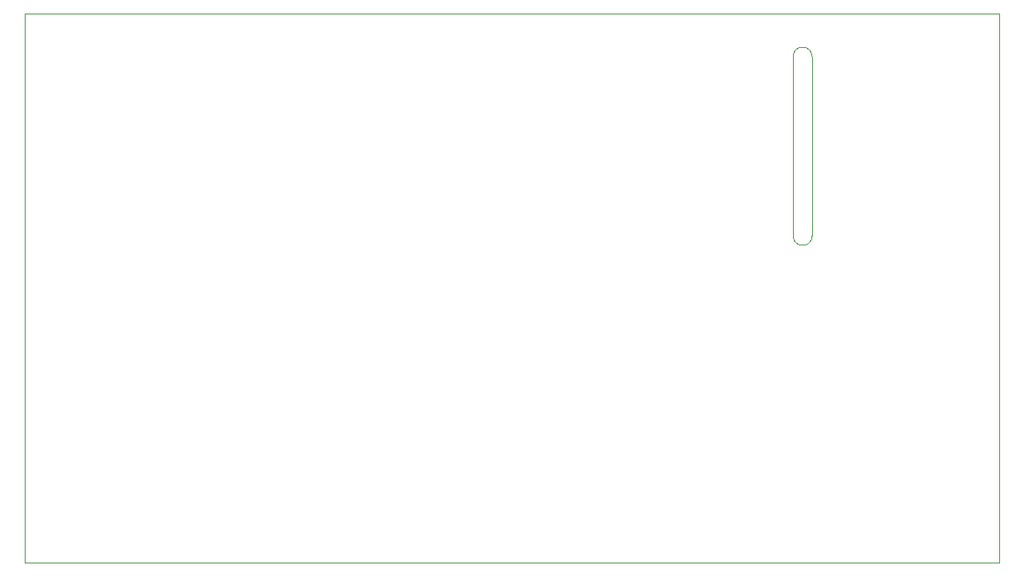
<source format=gbr>
%TF.GenerationSoftware,KiCad,Pcbnew,8.0.6*%
%TF.CreationDate,2024-11-25T18:38:04+01:00*%
%TF.ProjectId,pi-shield,70692d73-6869-4656-9c64-2e6b69636164,rev?*%
%TF.SameCoordinates,Original*%
%TF.FileFunction,Profile,NP*%
%FSLAX46Y46*%
G04 Gerber Fmt 4.6, Leading zero omitted, Abs format (unit mm)*
G04 Created by KiCad (PCBNEW 8.0.6) date 2024-11-25 18:38:04*
%MOMM*%
%LPD*%
G01*
G04 APERTURE LIST*
%TA.AperFunction,Profile*%
%ADD10C,0.050000*%
%TD*%
%TA.AperFunction,Profile*%
%ADD11C,0.100000*%
%TD*%
G04 APERTURE END LIST*
D10*
X76750000Y49000000D02*
G75*
G02*
X78750000Y49000000I1000000J0D01*
G01*
D11*
X-4625000Y53520000D02*
X98605000Y53520000D01*
X98605000Y-4625000D01*
X-4625000Y-4625000D01*
X-4625000Y53520000D01*
D10*
X78750000Y30000000D02*
G75*
G02*
X76750000Y30000000I-1000000J0D01*
G01*
X76750000Y49000000D02*
X76750000Y30000000D01*
X78750000Y49000000D02*
X78750000Y30000000D01*
M02*

</source>
